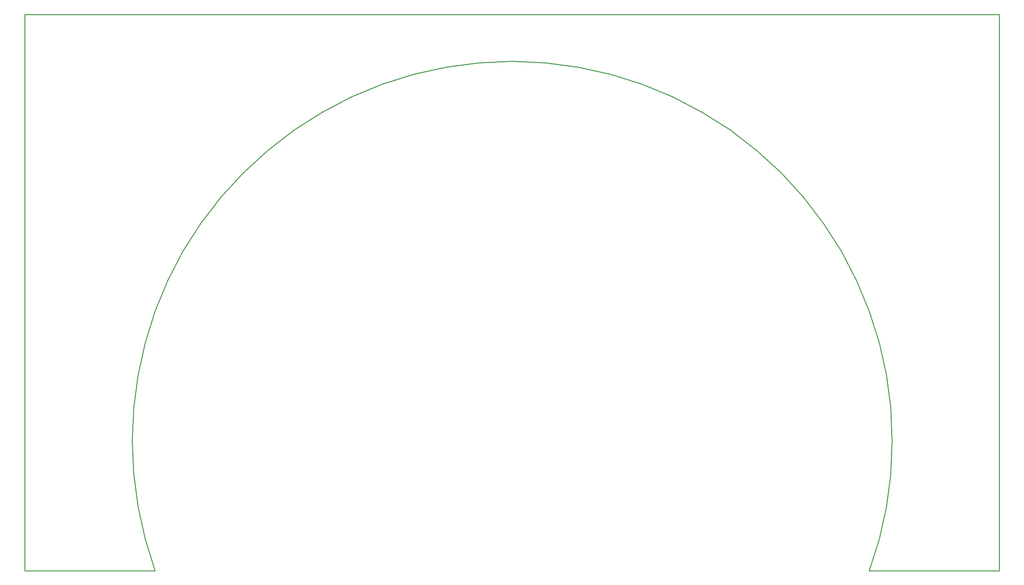
<source format=gbo>
G04 (created by PCBNEW-RS274X (2010-03-14)-final) date Fri 28 Jan 2011 02:53:33 PM PST*
G01*
G70*
G90*
%MOIN*%
G04 Gerber Fmt 3.4, Leading zero omitted, Abs format*
%FSLAX34Y34*%
G04 APERTURE LIST*
%ADD10C,0.006000*%
%ADD11C,0.009000*%
G04 APERTURE END LIST*
G54D10*
G54D11*
X110500Y-68000D02*
X96474Y-68000D01*
X05500Y-68000D02*
X19526Y-68000D01*
X96472Y-68002D02*
X97546Y-64596D01*
X98319Y-61109D01*
X98786Y-57568D01*
X98942Y-54000D01*
X98786Y-50432D01*
X98319Y-46891D01*
X97546Y-43404D01*
X96472Y-39998D01*
X95106Y-36698D01*
X93456Y-33529D01*
X91537Y-30517D01*
X89363Y-27683D01*
X86950Y-25050D01*
X84317Y-22637D01*
X81483Y-20463D01*
X78471Y-18544D01*
X75302Y-16894D01*
X72002Y-15528D01*
X68596Y-14454D01*
X65109Y-13681D01*
X61568Y-13214D01*
X58000Y-13058D01*
X54432Y-13214D01*
X50891Y-13681D01*
X47404Y-14454D01*
X43998Y-15528D01*
X40698Y-16894D01*
X37529Y-18544D01*
X34517Y-20463D01*
X31683Y-22637D01*
X29050Y-25050D01*
X26637Y-27683D01*
X24463Y-30517D01*
X22544Y-33529D01*
X20894Y-36698D01*
X19528Y-39998D01*
X18454Y-43404D01*
X17681Y-46891D01*
X17214Y-50432D01*
X17058Y-54000D01*
X17214Y-57568D01*
X17681Y-61109D01*
X18454Y-64596D01*
X19528Y-68002D01*
X110500Y-08000D02*
X110500Y-68000D01*
X05500Y-08000D02*
X110500Y-08000D01*
X05500Y-68000D02*
X05500Y-08000D01*
M02*

</source>
